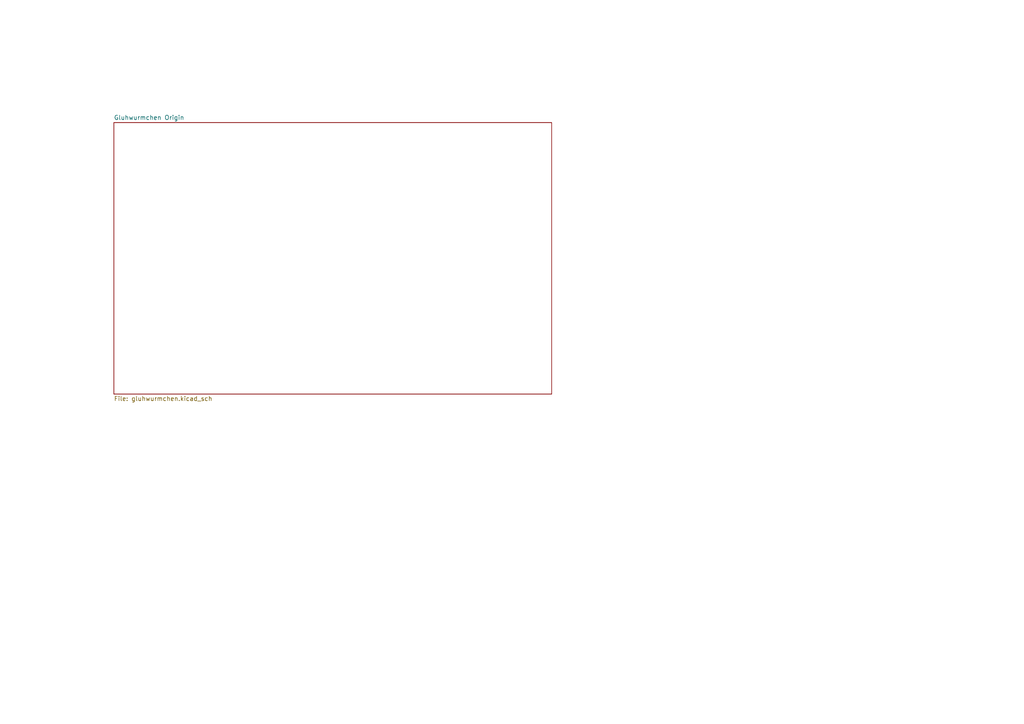
<source format=kicad_sch>
(kicad_sch (version 20211123) (generator eeschema)
  (paper "A4")
  (lib_symbols)
  (sheet (at 33.02 35.56) (size 127 78.74) (stroke (width 0.1524))
    (property "Sheet name" "Gluhwurmchen Origin" (at 33.02 34.8484 0) (effects (justify left bottom)))
    (property "Sheet file" "gluhwurmchen.kicad_sch" (at 33.02 114.8846 0) (effects (justify left top)))
  )
)
</source>
